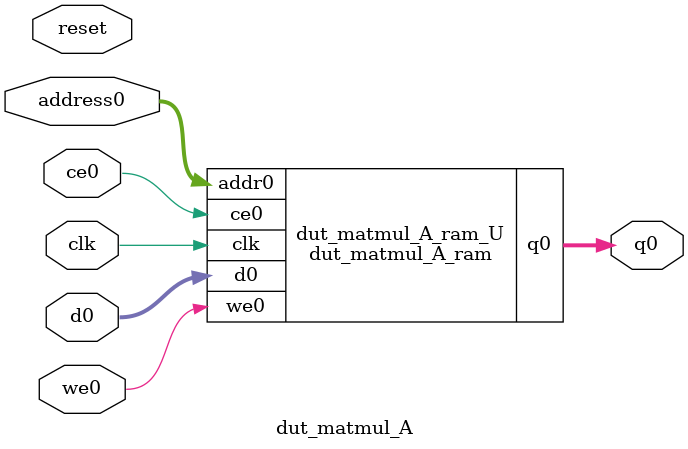
<source format=v>

`timescale 1 ns / 1 ps
module dut_matmul_A_ram (addr0, ce0, d0, we0, q0,  clk);

parameter DWIDTH = 32;
parameter AWIDTH = 7;
parameter MEM_SIZE = 100;

input[AWIDTH-1:0] addr0;
input ce0;
input[DWIDTH-1:0] d0;
input we0;
output reg[DWIDTH-1:0] q0;
input clk;

(* ram_style = "block" *)reg [DWIDTH-1:0] ram[MEM_SIZE-1:0];




always @(posedge clk)  
begin 
    if (ce0) 
    begin
        if (we0) 
        begin 
            ram[addr0] <= d0; 
            q0 <= d0;
        end 
        else 
            q0 <= ram[addr0];
    end
end


endmodule


`timescale 1 ns / 1 ps
module dut_matmul_A(
    reset,
    clk,
    address0,
    ce0,
    we0,
    d0,
    q0);

parameter DataWidth = 32'd32;
parameter AddressRange = 32'd100;
parameter AddressWidth = 32'd7;
input reset;
input clk;
input[AddressWidth - 1:0] address0;
input ce0;
input we0;
input[DataWidth - 1:0] d0;
output[DataWidth - 1:0] q0;



dut_matmul_A_ram dut_matmul_A_ram_U(
    .clk( clk ),
    .addr0( address0 ),
    .ce0( ce0 ),
    .d0( d0 ),
    .we0( we0 ),
    .q0( q0 ));

endmodule


</source>
